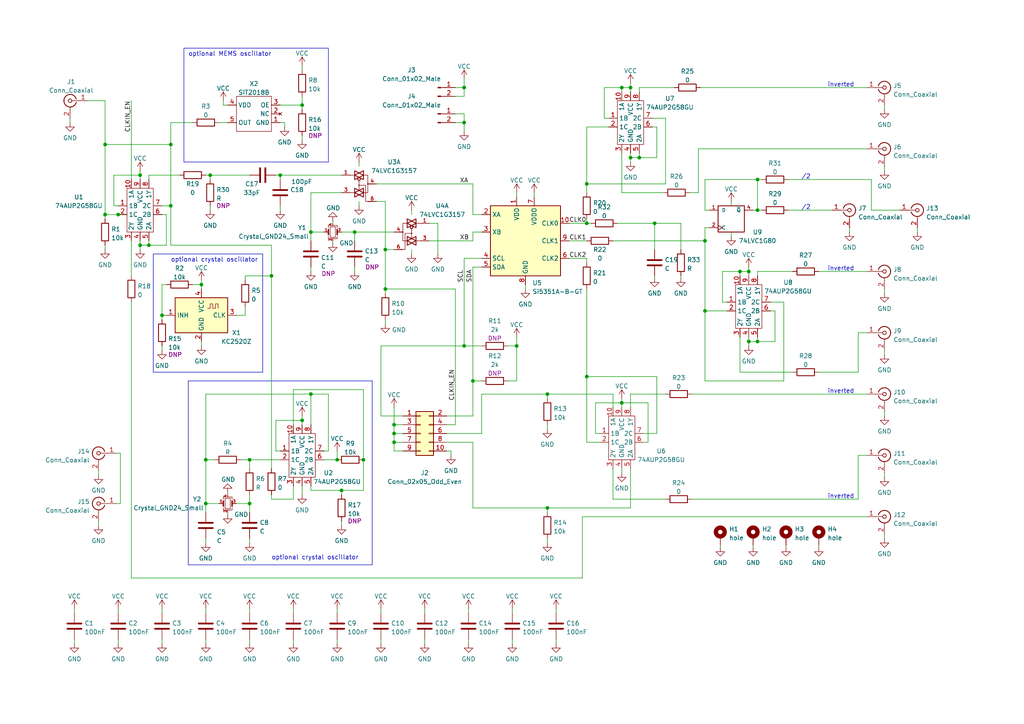
<source format=kicad_sch>
(kicad_sch (version 20230121) (generator eeschema)
  (paper "A4")
  (junction (at 114.3 128.27))
  (junction (at 170.18 109.22))
  (junction (at 204.47 90.17))
  (junction (at 30.48 62.23))
  (junction (at 170.18 64.77))
  (junction (at 34.29 62.23))
  (junction (at 182.88 25.4))
  (junction (at 182.88 45.72))
  (junction (at 81.28 50.8))
  (junction (at 49.53 41.91))
  (junction (at 180.34 25.4))
  (junction (at 137.16 110.49))
  (junction (at 72.39 146.05))
  (junction (at 217.17 78.74))
  (junction (at 219.71 52.07))
  (junction (at 90.17 67.31))
  (junction (at 87.63 30.48))
  (junction (at 49.53 59.69))
  (junction (at 180.34 116.84))
  (junction (at 59.69 146.05))
  (junction (at 87.63 121.92))
  (junction (at 134.62 100.33))
  (junction (at 40.64 71.12))
  (junction (at 72.39 133.35))
  (junction (at 134.62 25.4))
  (junction (at 149.86 100.33))
  (junction (at 90.17 114.3))
  (junction (at 170.18 53.34))
  (junction (at 111.76 72.39))
  (junction (at 58.42 82.55))
  (junction (at 111.76 83.82))
  (junction (at 219.71 60.96))
  (junction (at 185.42 45.72))
  (junction (at 217.17 99.06))
  (junction (at 114.3 123.19))
  (junction (at 97.79 133.35))
  (junction (at 189.865 64.77))
  (junction (at 114.3 125.73))
  (junction (at 134.62 35.56))
  (junction (at 78.74 80.01))
  (junction (at 158.75 114.3))
  (junction (at 105.41 133.35))
  (junction (at 46.99 91.44))
  (junction (at 59.69 133.35))
  (junction (at 40.64 50.8))
  (junction (at 158.75 147.32))
  (junction (at 99.06 142.24))
  (junction (at 219.71 99.06))
  (junction (at 60.96 50.8))
  (junction (at 204.47 69.85))
  (junction (at 43.18 71.12))
  (junction (at 214.63 78.74))
  (junction (at 30.48 41.91))
  (junction (at 102.87 67.31))
  (wire (pts (xy 49.53 59.69) (xy 49.53 41.91)))
  (wire (pts (xy 218.44 158.115) (xy 218.44 158.75)))
  (wire (pts (xy 204.47 69.85) (xy 204.47 90.17)))
  (wire (pts (xy 123.19 177.8) (xy 123.19 176.53)))
  (wire (pts (xy 105.41 133.35) (xy 105.41 142.24)))
  (wire (pts (xy 71.12 91.44) (xy 71.12 88.9)))
  (wire (pts (xy 30.48 41.91) (xy 30.48 29.21)))
  (wire (pts (xy 210.82 90.17) (xy 204.47 90.17)))
  (wire (pts (xy 170.18 64.77) (xy 170.18 63.5)))
  (wire (pts (xy 114.3 125.73) (xy 114.3 128.27)))
  (polyline (pts (xy 76.2 73.66) (xy 76.2 107.95)))
  (wire (pts (xy 30.48 63.5) (xy 30.48 62.23)))
  (wire (pts (xy 81.28 50.8) (xy 99.06 50.8)))
  (wire (pts (xy 256.54 101.6) (xy 256.54 102.87)))
  (wire (pts (xy 99.06 142.24) (xy 99.06 143.51)))
  (wire (pts (xy 85.09 144.78) (xy 78.74 144.78)))
  (wire (pts (xy 21.59 185.42) (xy 21.59 186.69)))
  (wire (pts (xy 149.86 100.33) (xy 149.86 110.49)))
  (wire (pts (xy 158.75 147.32) (xy 182.88 147.32)))
  (wire (pts (xy 60.96 52.07) (xy 60.96 50.8)))
  (wire (pts (xy 33.02 50.8) (xy 40.64 50.8)))
  (wire (pts (xy 46.99 185.42) (xy 46.99 186.69)))
  (wire (pts (xy 248.92 132.08) (xy 251.46 132.08)))
  (wire (pts (xy 182.88 44.45) (xy 182.88 45.72)))
  (wire (pts (xy 256.54 48.26) (xy 256.54 49.53)))
  (polyline (pts (xy 107.95 163.83) (xy 54.61 163.83)))
  (wire (pts (xy 214.63 78.74) (xy 214.63 80.01)))
  (wire (pts (xy 204.47 60.96) (xy 205.74 60.96)))
  (wire (pts (xy 93.98 133.35) (xy 97.79 133.35)))
  (wire (pts (xy 48.26 71.12) (xy 48.26 62.23)))
  (wire (pts (xy 137.16 62.23) (xy 139.7 62.23)))
  (wire (pts (xy 219.71 78.74) (xy 229.87 78.74)))
  (wire (pts (xy 48.26 62.23) (xy 46.99 62.23)))
  (wire (pts (xy 175.26 34.29) (xy 176.53 34.29)))
  (wire (pts (xy 217.17 78.74) (xy 214.63 78.74)))
  (wire (pts (xy 177.8 144.78) (xy 193.04 144.78)))
  (wire (pts (xy 152.4 82.55) (xy 152.4 83.82)))
  (wire (pts (xy 85.09 185.42) (xy 85.09 186.69)))
  (wire (pts (xy 102.87 77.47) (xy 102.87 78.74)))
  (polyline (pts (xy 54.61 110.49) (xy 54.61 163.83)))
  (wire (pts (xy 172.72 116.84) (xy 172.72 125.73)))
  (wire (pts (xy 33.02 50.8) (xy 33.02 59.69)))
  (wire (pts (xy 171.45 64.77) (xy 170.18 64.77)))
  (wire (pts (xy 137.16 110.49) (xy 137.16 120.65)))
  (wire (pts (xy 114.3 128.27) (xy 116.84 128.27)))
  (wire (pts (xy 186.69 128.27) (xy 187.96 128.27)))
  (wire (pts (xy 111.76 92.71) (xy 111.76 93.98)))
  (wire (pts (xy 256.54 30.48) (xy 256.54 31.75)))
  (wire (pts (xy 170.18 74.93) (xy 170.18 76.2)))
  (wire (pts (xy 68.58 146.05) (xy 72.39 146.05)))
  (wire (pts (xy 78.74 71.12) (xy 49.53 71.12)))
  (wire (pts (xy 110.49 120.65) (xy 116.84 120.65)))
  (wire (pts (xy 256.54 154.94) (xy 256.54 156.21)))
  (wire (pts (xy 180.34 25.4) (xy 175.26 25.4)))
  (wire (pts (xy 197.485 64.77) (xy 189.865 64.77)))
  (wire (pts (xy 172.72 125.73) (xy 173.99 125.73)))
  (wire (pts (xy 139.7 114.3) (xy 139.7 125.73)))
  (wire (pts (xy 175.26 25.4) (xy 175.26 34.29)))
  (wire (pts (xy 72.39 156.21) (xy 72.39 157.48)))
  (wire (pts (xy 87.63 39.37) (xy 87.63 40.64)))
  (wire (pts (xy 97.79 185.42) (xy 97.79 186.69)))
  (wire (pts (xy 252.73 60.96) (xy 260.985 60.96)))
  (wire (pts (xy 85.09 140.97) (xy 85.09 144.78)))
  (wire (pts (xy 129.54 130.81) (xy 130.81 130.81)))
  (wire (pts (xy 170.18 109.22) (xy 190.5 109.22)))
  (wire (pts (xy 237.49 78.74) (xy 251.46 78.74)))
  (wire (pts (xy 204.47 66.04) (xy 205.74 66.04)))
  (wire (pts (xy 43.18 52.07) (xy 43.18 50.8)))
  (wire (pts (xy 149.86 100.33) (xy 149.86 97.79)))
  (wire (pts (xy 137.16 128.27) (xy 129.54 128.27)))
  (wire (pts (xy 34.29 185.42) (xy 34.29 186.69)))
  (polyline (pts (xy 95.25 46.99) (xy 53.34 46.99)))
  (wire (pts (xy 114.3 123.19) (xy 114.3 125.73)))
  (wire (pts (xy 256.54 137.16) (xy 256.54 138.43)))
  (wire (pts (xy 135.89 177.8) (xy 135.89 176.53)))
  (wire (pts (xy 227.965 158.115) (xy 227.965 158.75)))
  (wire (pts (xy 193.04 53.34) (xy 170.18 53.34)))
  (wire (pts (xy 93.98 130.81) (xy 95.25 130.81)))
  (wire (pts (xy 182.88 26.67) (xy 182.88 25.4)))
  (wire (pts (xy 182.88 135.89) (xy 182.88 147.32)))
  (wire (pts (xy 173.99 128.27) (xy 170.18 128.27)))
  (wire (pts (xy 90.17 114.3) (xy 90.17 123.19)))
  (wire (pts (xy 237.49 158.115) (xy 237.49 158.75)))
  (wire (pts (xy 66.04 30.48) (xy 64.77 30.48)))
  (wire (pts (xy 154.94 57.15) (xy 154.94 55.88)))
  (wire (pts (xy 99.06 67.31) (xy 102.87 67.31)))
  (wire (pts (xy 30.48 71.12) (xy 30.48 72.39)))
  (wire (pts (xy 177.8 69.85) (xy 204.47 69.85)))
  (wire (pts (xy 209.55 78.74) (xy 209.55 87.63)))
  (wire (pts (xy 114.3 123.19) (xy 116.84 123.19)))
  (wire (pts (xy 190.5 45.72) (xy 190.5 36.83)))
  (wire (pts (xy 48.26 91.44) (xy 46.99 91.44)))
  (wire (pts (xy 40.64 52.07) (xy 40.64 50.8)))
  (wire (pts (xy 137.16 120.65) (xy 129.54 120.65)))
  (wire (pts (xy 114.3 118.11) (xy 114.3 123.19)))
  (wire (pts (xy 68.58 91.44) (xy 71.12 91.44)))
  (wire (pts (xy 95.25 114.3) (xy 90.17 114.3)))
  (wire (pts (xy 96.52 69.85) (xy 96.52 70.485)))
  (wire (pts (xy 134.62 100.33) (xy 110.49 100.33)))
  (wire (pts (xy 135.89 185.42) (xy 135.89 186.69)))
  (wire (pts (xy 90.17 67.31) (xy 90.17 69.85)))
  (wire (pts (xy 137.16 53.34) (xy 137.16 62.23)))
  (wire (pts (xy 147.32 100.33) (xy 149.86 100.33)))
  (wire (pts (xy 105.41 113.03) (xy 105.41 133.35)))
  (wire (pts (xy 104.14 48.26) (xy 104.14 46.99)))
  (wire (pts (xy 197.485 72.39) (xy 197.485 64.77)))
  (wire (pts (xy 137.16 110.49) (xy 139.7 110.49)))
  (wire (pts (xy 58.42 82.55) (xy 58.42 83.82)))
  (wire (pts (xy 60.96 59.69) (xy 60.96 60.96)))
  (wire (pts (xy 58.42 99.06) (xy 58.42 100.33)))
  (wire (pts (xy 224.79 99.06) (xy 224.79 90.17)))
  (wire (pts (xy 177.8 135.89) (xy 177.8 144.78)))
  (wire (pts (xy 55.88 82.55) (xy 58.42 82.55)))
  (wire (pts (xy 137.16 77.47) (xy 137.16 110.49)))
  (wire (pts (xy 63.5 146.05) (xy 59.69 146.05)))
  (wire (pts (xy 90.17 142.24) (xy 90.17 140.97)))
  (wire (pts (xy 30.48 41.91) (xy 30.48 62.23)))
  (wire (pts (xy 170.18 53.34) (xy 170.18 36.83)))
  (wire (pts (xy 202.565 55.88) (xy 202.565 43.18)))
  (wire (pts (xy 87.63 30.48) (xy 87.63 31.75)))
  (wire (pts (xy 132.08 27.94) (xy 134.62 27.94)))
  (wire (pts (xy 139.7 125.73) (xy 129.54 125.73)))
  (wire (pts (xy 71.12 80.01) (xy 78.74 80.01)))
  (wire (pts (xy 217.17 100.33) (xy 217.17 99.06)))
  (wire (pts (xy 224.79 90.17) (xy 223.52 90.17)))
  (wire (pts (xy 34.925 146.05) (xy 33.655 146.05)))
  (wire (pts (xy 80.01 130.81) (xy 81.28 130.81)))
  (wire (pts (xy 212.09 58.42) (xy 212.09 59.69)))
  (wire (pts (xy 38.1 29.21) (xy 38.1 52.07)))
  (wire (pts (xy 217.17 97.79) (xy 217.17 99.06)))
  (wire (pts (xy 97.79 133.35) (xy 97.79 130.81)))
  (wire (pts (xy 158.75 123.19) (xy 158.75 124.46)))
  (wire (pts (xy 38.1 87.63) (xy 38.1 167.64)))
  (wire (pts (xy 168.91 149.86) (xy 251.46 149.86)))
  (wire (pts (xy 72.39 133.35) (xy 81.28 133.35)))
  (wire (pts (xy 21.59 177.8) (xy 21.59 176.53)))
  (wire (pts (xy 124.46 64.77) (xy 127 64.77)))
  (wire (pts (xy 87.63 140.97) (xy 87.63 143.51)))
  (wire (pts (xy 81.28 52.07) (xy 81.28 50.8)))
  (wire (pts (xy 34.925 131.445) (xy 34.925 146.05)))
  (polyline (pts (xy 95.25 13.97) (xy 95.25 46.99)))
  (wire (pts (xy 187.96 128.27) (xy 187.96 116.84)))
  (wire (pts (xy 130.81 130.81) (xy 130.81 132.08)))
  (wire (pts (xy 219.71 60.96) (xy 220.98 60.96)))
  (wire (pts (xy 219.71 60.96) (xy 218.44 60.96)))
  (wire (pts (xy 134.62 35.56) (xy 134.62 38.1)))
  (wire (pts (xy 96.52 64.77) (xy 96.52 64.135)))
  (wire (pts (xy 40.64 72.39) (xy 40.64 71.12)))
  (wire (pts (xy 165.1 74.93) (xy 170.18 74.93)))
  (wire (pts (xy 165.1 69.85) (xy 170.18 69.85)))
  (wire (pts (xy 60.96 50.8) (xy 72.39 50.8)))
  (wire (pts (xy 217.17 99.06) (xy 219.71 99.06)))
  (wire (pts (xy 137.16 147.32) (xy 137.16 128.27)))
  (wire (pts (xy 214.63 97.79) (xy 214.63 107.95)))
  (wire (pts (xy 58.42 81.28) (xy 58.42 82.55)))
  (wire (pts (xy 170.18 55.88) (xy 170.18 53.34)))
  (wire (pts (xy 132.08 83.82) (xy 132.08 123.19)))
  (wire (pts (xy 80.01 121.92) (xy 80.01 130.81)))
  (wire (pts (xy 72.39 146.05) (xy 72.39 148.59)))
  (wire (pts (xy 114.3 128.27) (xy 114.3 130.81)))
  (wire (pts (xy 248.92 96.52) (xy 248.92 107.95)))
  (wire (pts (xy 185.42 44.45) (xy 185.42 45.72)))
  (wire (pts (xy 59.69 114.3) (xy 90.17 114.3)))
  (wire (pts (xy 158.75 114.3) (xy 177.8 114.3)))
  (wire (pts (xy 59.69 177.8) (xy 59.69 176.53)))
  (wire (pts (xy 161.29 177.8) (xy 161.29 176.53)))
  (wire (pts (xy 158.75 115.57) (xy 158.75 114.3)))
  (wire (pts (xy 40.64 71.12) (xy 43.18 71.12)))
  (wire (pts (xy 90.17 77.47) (xy 90.17 78.74)))
  (wire (pts (xy 165.1 64.77) (xy 170.18 64.77)))
  (wire (pts (xy 192.405 55.88) (xy 180.34 55.88)))
  (wire (pts (xy 237.49 107.95) (xy 248.92 107.95)))
  (wire (pts (xy 217.17 78.74) (xy 217.17 77.47)))
  (wire (pts (xy 46.99 82.55) (xy 48.26 82.55)))
  (wire (pts (xy 148.59 185.42) (xy 148.59 186.69)))
  (wire (pts (xy 72.39 185.42) (xy 72.39 186.69)))
  (wire (pts (xy 20.32 34.29) (xy 20.32 35.56)))
  (wire (pts (xy 43.18 71.12) (xy 48.26 71.12)))
  (wire (pts (xy 139.7 77.47) (xy 137.16 77.47)))
  (wire (pts (xy 182.88 25.4) (xy 182.88 24.13)))
  (wire (pts (xy 212.09 67.31) (xy 212.09 68.58)))
  (wire (pts (xy 158.75 114.3) (xy 139.7 114.3)))
  (wire (pts (xy 38.1 69.85) (xy 38.1 80.01)))
  (wire (pts (xy 124.46 69.85) (xy 137.16 69.85)))
  (wire (pts (xy 158.75 156.21) (xy 158.75 157.48)))
  (wire (pts (xy 204.47 60.96) (xy 204.47 52.07)))
  (wire (pts (xy 219.71 52.07) (xy 219.71 60.96)))
  (wire (pts (xy 46.99 59.69) (xy 49.53 59.69)))
  (wire (pts (xy 93.98 67.31) (xy 90.17 67.31)))
  (wire (pts (xy 104.14 58.42) (xy 104.14 59.69)))
  (polyline (pts (xy 53.34 46.99) (xy 53.34 13.97)))
  (wire (pts (xy 28.575 151.13) (xy 28.575 152.4)))
  (wire (pts (xy 217.17 80.01) (xy 217.17 78.74)))
  (wire (pts (xy 182.88 45.72) (xy 185.42 45.72)))
  (wire (pts (xy 214.63 78.74) (xy 209.55 78.74)))
  (wire (pts (xy 69.85 133.35) (xy 72.39 133.35)))
  (polyline (pts (xy 44.45 73.66) (xy 76.2 73.66)))
  (wire (pts (xy 127 64.77) (xy 127 73.66)))
  (wire (pts (xy 64.77 30.48) (xy 64.77 29.21)))
  (wire (pts (xy 132.08 33.02) (xy 134.62 33.02)))
  (wire (pts (xy 227.33 110.49) (xy 204.47 110.49)))
  (wire (pts (xy 85.09 113.03) (xy 105.41 113.03)))
  (wire (pts (xy 246.38 66.04) (xy 246.38 67.31)))
  (wire (pts (xy 182.88 114.3) (xy 193.04 114.3)))
  (wire (pts (xy 137.16 53.34) (xy 109.22 53.34)))
  (wire (pts (xy 227.33 87.63) (xy 227.33 110.49)))
  (wire (pts (xy 189.865 64.77) (xy 179.07 64.77)))
  (wire (pts (xy 99.06 142.24) (xy 90.17 142.24)))
  (wire (pts (xy 78.74 143.51) (xy 78.74 144.78)))
  (wire (pts (xy 72.39 135.89) (xy 72.39 133.35)))
  (wire (pts (xy 71.12 81.28) (xy 71.12 80.01)))
  (wire (pts (xy 85.09 123.19) (xy 85.09 113.03)))
  (polyline (pts (xy 76.2 107.95) (xy 44.45 107.95)))
  (wire (pts (xy 59.69 50.8) (xy 60.96 50.8)))
  (polyline (pts (xy 107.95 110.49) (xy 107.95 163.83)))
  (wire (pts (xy 168.91 167.64) (xy 168.91 149.86)))
  (wire (pts (xy 46.99 100.33) (xy 46.99 101.6)))
  (wire (pts (xy 36.83 62.23) (xy 34.29 62.23)))
  (wire (pts (xy 134.62 74.93) (xy 134.62 100.33)))
  (wire (pts (xy 182.88 118.11) (xy 182.88 114.3)))
  (wire (pts (xy 139.7 74.93) (xy 134.62 74.93)))
  (wire (pts (xy 134.62 33.02) (xy 134.62 35.56)))
  (wire (pts (xy 182.88 46.99) (xy 182.88 45.72)))
  (wire (pts (xy 161.29 185.42) (xy 161.29 186.69)))
  (wire (pts (xy 109.22 58.42) (xy 111.76 58.42)))
  (wire (pts (xy 137.16 69.85) (xy 137.16 67.31)))
  (wire (pts (xy 200.66 114.3) (xy 251.46 114.3)))
  (wire (pts (xy 49.53 71.12) (xy 49.53 59.69)))
  (wire (pts (xy 72.39 143.51) (xy 72.39 146.05)))
  (wire (pts (xy 111.76 72.39) (xy 114.3 72.39)))
  (wire (pts (xy 111.76 72.39) (xy 111.76 83.82)))
  (wire (pts (xy 190.5 36.83) (xy 189.23 36.83)))
  (wire (pts (xy 49.53 35.56) (xy 55.88 35.56)))
  (wire (pts (xy 34.29 177.8) (xy 34.29 176.53)))
  (wire (pts (xy 228.6 60.96) (xy 241.3 60.96)))
  (wire (pts (xy 180.34 116.84) (xy 172.72 116.84)))
  (wire (pts (xy 185.42 26.67) (xy 185.42 25.4)))
  (wire (pts (xy 87.63 121.92) (xy 87.63 120.65)))
  (wire (pts (xy 49.53 41.91) (xy 30.48 41.91)))
  (wire (pts (xy 90.17 55.88) (xy 90.17 67.31)))
  (wire (pts (xy 87.63 30.48) (xy 87.63 27.94)))
  (wire (pts (xy 148.59 177.8) (xy 148.59 176.53)))
  (wire (pts (xy 105.41 142.24) (xy 99.06 142.24)))
  (wire (pts (xy 111.76 83.82) (xy 132.08 83.82)))
  (wire (pts (xy 110.49 100.33) (xy 110.49 120.65)))
  (wire (pts (xy 256.54 119.38) (xy 256.54 120.65)))
  (wire (pts (xy 59.69 146.05) (xy 59.69 148.59)))
  (wire (pts (xy 81.28 59.69) (xy 81.28 60.96)))
  (wire (pts (xy 204.47 110.49) (xy 204.47 90.17)))
  (wire (pts (xy 132.08 123.19) (xy 129.54 123.19)))
  (wire (pts (xy 204.47 52.07) (xy 219.71 52.07)))
  (wire (pts (xy 72.39 177.8) (xy 72.39 176.53)))
  (wire (pts (xy 134.62 100.33) (xy 139.7 100.33)))
  (wire (pts (xy 46.99 91.44) (xy 46.99 82.55)))
  (wire (pts (xy 111.76 58.42) (xy 111.76 72.39)))
  (wire (pts (xy 185.42 45.72) (xy 190.5 45.72)))
  (wire (pts (xy 170.18 83.82) (xy 170.18 109.22)))
  (wire (pts (xy 219.71 97.79) (xy 219.71 99.06)))
  (wire (pts (xy 209.55 87.63) (xy 210.82 87.63)))
  (wire (pts (xy 99.06 55.88) (xy 90.17 55.88)))
  (wire (pts (xy 248.92 144.78) (xy 248.92 132.08)))
  (wire (pts (xy 158.75 147.32) (xy 137.16 147.32)))
  (wire (pts (xy 80.01 50.8) (xy 81.28 50.8)))
  (wire (pts (xy 81.28 35.56) (xy 82.55 35.56)))
  (wire (pts (xy 256.54 83.82) (xy 256.54 85.09)))
  (wire (pts (xy 132.08 35.56) (xy 134.62 35.56)))
  (wire (pts (xy 34.29 62.23) (xy 30.48 62.23)))
  (wire (pts (xy 102.87 67.31) (xy 102.87 69.85)))
  (wire (pts (xy 214.63 107.95) (xy 229.87 107.95)))
  (wire (pts (xy 85.09 177.8) (xy 85.09 176.53)))
  (wire (pts (xy 102.87 67.31) (xy 114.3 67.31)))
  (wire (pts (xy 204.47 66.04) (xy 204.47 69.85)))
  (wire (pts (xy 219.71 52.07) (xy 220.98 52.07)))
  (wire (pts (xy 180.34 118.11) (xy 180.34 116.84)))
  (wire (pts (xy 43.18 69.85) (xy 43.18 71.12)))
  (wire (pts (xy 149.86 110.49) (xy 147.32 110.49)))
  (wire (pts (xy 208.915 158.115) (xy 208.915 158.75)))
  (wire (pts (xy 49.53 41.91) (xy 49.53 35.56)))
  (wire (pts (xy 137.16 67.31) (xy 139.7 67.31)))
  (wire (pts (xy 185.42 25.4) (xy 195.58 25.4)))
  (wire (pts (xy 95.25 130.81) (xy 95.25 114.3)))
  (wire (pts (xy 189.23 34.29) (xy 193.04 34.29)))
  (wire (pts (xy 111.76 85.09) (xy 111.76 83.82)))
  (wire (pts (xy 189.865 72.39) (xy 189.865 64.77)))
  (wire (pts (xy 170.18 128.27) (xy 170.18 109.22)))
  (wire (pts (xy 46.99 177.8) (xy 46.99 176.53)))
  (wire (pts (xy 223.52 87.63) (xy 227.33 87.63)))
  (wire (pts (xy 180.34 44.45) (xy 180.34 55.88)))
  (wire (pts (xy 87.63 20.32) (xy 87.63 19.05)))
  (wire (pts (xy 78.74 71.12) (xy 78.74 80.01)))
  (wire (pts (xy 40.64 69.85) (xy 40.64 71.12)))
  (wire (pts (xy 66.04 143.51) (xy 66.04 142.875)))
  (wire (pts (xy 197.485 80.01) (xy 197.485 80.645)))
  (wire (pts (xy 248.92 96.52) (xy 251.46 96.52)))
  (wire (pts (xy 134.62 27.94) (xy 134.62 25.4)))
  (wire (pts (xy 114.3 130.81) (xy 116.84 130.81)))
  (wire (pts (xy 190.5 109.22) (xy 190.5 125.73)))
  (wire (pts (xy 46.99 91.44) (xy 46.99 92.71)))
  (wire (pts (xy 40.64 50.8) (xy 40.64 49.53)))
  (wire (pts (xy 43.18 50.8) (xy 52.07 50.8)))
  (wire (pts (xy 134.62 25.4) (xy 134.62 22.86)))
  (wire (pts (xy 38.1 167.64) (xy 168.91 167.64)))
  (wire (pts (xy 33.02 59.69) (xy 34.29 59.69)))
  (wire (pts (xy 149.86 57.15) (xy 149.86 55.88)))
  (wire (pts (xy 28.575 136.525) (xy 28.575 137.795)))
  (wire (pts (xy 119.38 72.39) (xy 119.38 73.66)))
  (wire (pts (xy 182.88 25.4) (xy 180.34 25.4)))
  (wire (pts (xy 266.065 66.04) (xy 266.065 67.31)))
  (wire (pts (xy 193.04 34.29) (xy 193.04 53.34)))
  (wire (pts (xy 228.6 52.07) (xy 252.73 52.07)))
  (wire (pts (xy 59.69 133.35) (xy 59.69 146.05)))
  (wire (pts (xy 59.69 185.42) (xy 59.69 186.69)))
  (wire (pts (xy 177.8 118.11) (xy 177.8 114.3)))
  (wire (pts (xy 180.34 135.89) (xy 180.34 137.16)))
  (wire (pts (xy 78.74 80.01) (xy 78.74 135.89)))
  (wire (pts (xy 202.565 43.18) (xy 251.46 43.18)))
  (wire (pts (xy 190.5 125.73) (xy 186.69 125.73)))
  (wire (pts (xy 33.655 131.445) (xy 34.925 131.445)))
  (wire (pts (xy 219.71 80.01) (xy 219.71 78.74)))
  (wire (pts (xy 134.62 25.4) (xy 132.08 25.4)))
  (wire (pts (xy 180.34 116.84) (xy 180.34 115.57)))
  (wire (pts (xy 99.06 151.13) (xy 99.06 152.4)))
  (wire (pts (xy 219.71 99.06) (xy 224.79 99.06)))
  (wire (pts (xy 110.49 185.42) (xy 110.49 186.69)))
  (wire (pts (xy 82.55 35.56) (xy 82.55 36.83)))
  (wire (pts (xy 189.865 80.01) (xy 189.865 80.645)))
  (wire (pts (xy 97.79 177.8) (xy 97.79 176.53)))
  (wire (pts (xy 25.4 29.21) (xy 30.48 29.21)))
  (wire (pts (xy 59.69 133.35) (xy 59.69 114.3)))
  (wire (pts (xy 203.2 25.4) (xy 251.46 25.4)))
  (wire (pts (xy 63.5 35.56) (xy 66.04 35.56)))
  (wire (pts (xy 252.73 52.07) (xy 252.73 60.96)))
  (polyline (pts (xy 54.61 110.49) (xy 107.95 110.49)))
  (polyline (pts (xy 44.45 73.66) (xy 44.45 107.95)))
  (wire (pts (xy 66.04 148.59) (xy 66.04 149.225)))
  (polyline (pts (xy 53.34 13.97) (xy 95.25 13.97)))
  (wire (pts (xy 123.19 185.42) (xy 123.19 186.69)))
  (wire (pts (xy 87.63 123.19) (xy 87.63 121.92)))
  (wire (pts (xy 119.38 60.96) (xy 119.38 62.23)))
  (wire (pts (xy 59.69 133.35) (xy 62.23 133.35)))
  (wire (pts (xy 80.01 121.92) (xy 87.63 121.92)))
  (wire (pts (xy 180.34 25.4) (xy 180.34 26.67)))
  (wire (pts (xy 200.66 144.78) (xy 248.92 144.78)))
  (wire (pts (xy 187.96 116.84) (xy 180.34 116.84)))
  (wire (pts (xy 81.28 30.48) (xy 87.63 30.48)))
  (wire (pts (xy 176.53 36.83) (xy 170.18 36.83)))
  (wire (pts (xy 110.49 177.8) (xy 110.49 176.53)))
  (wire (pts (xy 200.025 55.88) (xy 202.565 55.88)))
  (wire (pts (xy 158.75 148.59) (xy 158.75 147.32)))
  (wire (pts (xy 114.3 125.73) (xy 116.84 125.73)))
  (wire (pts (xy 59.69 156.21) (xy 59.69 157.48)))
  (text "/2" (at 232.41 52.07 0) (effects (font (size 1.27 1.27)) (justify left bottom)))
  (text "inverted" (at 240.03 114.3 0) (effects (font (size 1.27 1.27)) (justify left bottom)))
  (text "inverted" (at 240.03 25.4 0) (effects (font (size 1.27 1.27)) (justify left bottom)))
  (text "inverted" (at 240.03 78.74 0) (effects (font (size 1.27 1.27)) (justify left bottom)))
  (text "optional MEMS oscillator" (at 54.61 16.51 0) (effects (font (size 1.27 1.27)) (justify left bottom)))
  (text "/2" (at 232.41 60.96 0) (effects (font (size 1.27 1.27)) (justify left bottom)))
  (text "optional crystal oscillator" (at 78.74 162.56 0) (effects (font (size 1.27 1.27)) (justify left bottom)))
  (text "inverted" (at 240.03 144.78 0) (effects (font (size 1.27 1.27)) (justify left bottom)))
  (text "optional crystal oscillator" (at 49.53 76.2 0) (effects (font (size 1.27 1.27)) (justify left bottom)))
  (label "SDA" (at 137.16 81.915 90))
  (label "CLK2" (at 165.1 74.93 0))
  (label "CLK0" (at 165.1 64.77 0))
  (label "CLKIN_EN" (at 38.1 29.21 270))
  (label "CLK1" (at 165.1 69.85 0))
  (label "SCL" (at 134.62 81.915 90))
  (label "CLKIN_EN" (at 132.08 116.205 90))
  (label "XA" (at 133.35 53.34 0))
  (label "XB" (at 133.35 69.85 0))
  (symbol (lib_id "power:GND") (at 256.54 31.75 0) (unit 1)
    (property "Reference" "#PWR065" (effects hide))
    (property "Value" "GND" (at 256.54 36.1934 0))
  )
  (symbol (lib_id "power:GND") (at 182.88 46.99 0) (unit 1)
    (property "Reference" "#PWR060" (effects hide))
    (property "Value" "GND" (at 182.88 51.4334 0))
  )
  (symbol (lib_id "power:GND") (at 148.59 186.69 0) (unit 1)
    (property "Reference" "#PWR042" (effects hide))
    (property "Value" "GND" (at 148.59 191.1334 0))
  )
  (symbol (lib_id "Device:R") (at 87.63 35.56 180) (unit 1)
    (property "Reference" "R16" (at 89.408 34.7253 0) (effects (justify right)))
    (property "Value" "10k" (at 89.408 37.2622 0) (effects (justify right)))
    (property "Footprint" "Resistor_SMD:R_0402_1005Metric" (effects hide))
    (property "Note" "DNP" (at 91.44 39.37 0))
  )
  (symbol (lib_id "Connector:Conn_Coaxial") (at 256.54 78.74 0) (unit 1)
    (property "Reference" "J8" (at 259.08 78.1985 0) (effects (justify left)))
    (property "Value" "Conn_Coaxial" (at 259.08 80.7354 0) (effects (justify left)))
    (property "Footprint" "Si5351A:SMA-EDGE" (effects hide))
    (property "Datasheet" " ~" (effects hide))
  )
  (symbol (lib_id "power:VCC") (at 58.42 81.28 0) (unit 1)
    (property "Reference" "#PWR013" (effects hide))
    (property "Value" "VCC" (at 58.42 77.7042 0))
  )
  (symbol (lib_id "Device:C") (at 189.865 76.2 0) (unit 1)
    (property "Reference" "C19" (at 192.786 75.3653 0) (effects (justify left)))
    (property "Value" "C" (at 192.786 77.9022 0) (effects (justify left)))
    (property "Footprint" "Capacitor_SMD:C_0402_1005Metric" (effects hide))
  )
  (symbol (lib_id "power:GND") (at 256.54 156.21 0) (unit 1)
    (property "Reference" "#PWR072" (effects hide))
    (property "Value" "GND" (at 256.54 160.6534 0))
  )
  (symbol (lib_id "Oscillator:Si5351A-B-GT") (at 152.4 69.85 0) (unit 1)
    (property "Reference" "U5" (at 154.4194 82.0404 0) (effects (justify left)))
    (property "Value" "Si5351A-B-GT" (at 154.4194 84.5773 0) (effects (justify left)))
    (property "Footprint" "Package_SO:MSOP-10_3x3mm_P0.5mm" (effects hide))
    (property "Datasheet" "https://www.skyworksinc.com/-/media/Skyworks/SL/documents/public/data-sheets/Si5351-B.pdf" (effects hide))
    (property "Manufacturer" "Skyworks" (effects hide))
    (property "Part Number" "Si5351A-B-GTR" (effects hide))
  )
  (symbol (lib_id "power:GND") (at 130.81 132.08 0) (unit 1)
    (property "Reference" "#PWR048" (effects hide))
    (property "Value" "GND" (at 130.81 136.5234 0))
  )
  (symbol (lib_id "power:GND") (at 158.75 124.46 0) (unit 1)
    (property "Reference" "#PWR053" (effects hide))
    (property "Value" "GND" (at 158.75 128.9034 0))
  )
  (symbol (lib_id "Si5351A:74AUP2G58GU") (at 217.17 88.9 0) (unit 1)
    (property "Reference" "U8" (at 228.5741 81.9235 0))
    (property "Value" "74AUP2G58GU" (at 228.5741 84.4604 0))
    (property "Footprint" "Si5351A:XQFN10" (effects hide))
    (property "Datasheet" "https://assets.nexperia.com/documents/data-sheet/74AUP2G58.pdf" (effects hide))
    (property "Manufacturer" "Nexperia" (effects hide))
    (property "Part Number" "74AUP2G58GUX" (effects hide))
  )
  (symbol (lib_id "Device:R") (at 46.99 96.52 180) (unit 1)
    (property "Reference" "R15" (at 48.768 98.2253 0) (effects (justify right)))
    (property "Value" "10k" (at 48.768 100.7622 0) (effects (justify right)))
    (property "Footprint" "Resistor_SMD:R_0402_1005Metric" (effects hide))
    (property "Note" "DNP" (at 50.8 102.87 0))
  )
  (symbol (lib_id "Device:R") (at 60.96 55.88 180) (unit 1)
    (property "Reference" "R30" (at 62.738 55.0453 0) (effects (justify right)))
    (property "Value" "R" (at 62.738 57.5822 0) (effects (justify right)))
    (property "Footprint" "Resistor_SMD:R_0402_1005Metric" (effects hide))
    (property "Note" "DNP" (at 64.77 59.69 0))
  )
  (symbol (lib_id "Device:R") (at 111.76 88.9 0) (unit 1)
    (property "Reference" "R10" (at 113.538 88.0653 0) (effects (justify left)))
    (property "Value" "10k" (at 113.538 90.6022 0) (effects (justify left)))
    (property "Footprint" "Resistor_SMD:R_0402_1005Metric" (effects hide))
  )
  (symbol (lib_id "power:GND") (at 119.38 73.66 0) (unit 1)
    (property "Reference" "#PWR044" (effects hide))
    (property "Value" "GND" (at 119.38 78.1034 0))
  )
  (symbol (lib_id "74xGxx:74LVC1G3157") (at 104.14 53.34 0) (mirror y) (unit 1)
    (property "Reference" "U3" (at 114.3 46.99 0))
    (property "Value" "74LVC1G3157" (at 114.3 49.53 0))
    (property "Footprint" "Si5351A:XSON6" (effects hide))
    (property "Datasheet" "https://assets.nexperia.com/documents/data-sheet/74LVC1G3157.pdf" (effects hide))
    (property "Manufacturer" "Nexperia" (effects hide))
    (property "Part Number" "74LVC1G3157GM,115" (effects hide))
  )
  (symbol (lib_id "Connector_Generic:Conn_02x05_Odd_Even") (at 121.92 125.73 0) (unit 1)
    (property "Reference" "J2" (at 123.19 137.16 0))
    (property "Value" "Conn_02x05_Odd_Even" (at 123.19 139.7 0))
    (property "Footprint" "Connector_PinHeader_2.54mm:PinHeader_2x05_P2.54mm_Vertical" (effects hide))
  )
  (symbol (lib_id "Device:C") (at 110.49 181.61 0) (unit 1)
    (property "Reference" "C10" (at 113.411 180.7753 0) (effects (justify left)))
    (property "Value" "100nF" (at 113.411 183.3122 0) (effects (justify left)))
    (property "Footprint" "Capacitor_SMD:C_0402_1005Metric" (effects hide))
  )
  (symbol (lib_id "Device:R") (at 196.85 114.3 270) (unit 1)
    (property "Reference" "R23" (at 196.85 109.5842 90))
    (property "Value" "0" (at 196.85 112.1211 90))
    (property "Footprint" "Resistor_SMD:R_0402_1005Metric" (effects hide))
  )
  (symbol (lib_id "power:VCC") (at 110.49 176.53 0) (unit 1)
    (property "Reference" "#PWR028" (effects hide))
    (property "Value" "VCC" (at 110.49 172.9542 0))
  )
  (symbol (lib_id "Si5351A:SiT2018B") (at 73.66 33.02 90) (unit 1)
    (property "Reference" "X2" (at 73.66 24.291 90))
    (property "Value" "SiT2018B" (at 73.66 26.8279 90))
    (property "Footprint" "Package_TO_SOT_SMD:SOT-23-5" (effects hide))
    (property "Datasheet" "https://www.sitime.com/support/resource-library/datasheets/sit2018-datasheet" (effects hide))
    (property "Manufacturer" "SiTime" (effects hide))
    (property "Part Number" "SIT2018BEAS1-33N-27.000000E" (effects hide))
  )
  (symbol (lib_id "Device:R") (at 99.06 147.32 180) (unit 1)
    (property "Reference" "R17" (at 100.838 146.4853 0) (effects (justify right)))
    (property "Value" "10k" (at 100.838 149.0222 0) (effects (justify right)))
    (property "Footprint" "Resistor_SMD:R_0402_1005Metric" (effects hide))
    (property "Note" "DNP" (at 102.87 151.13 0))
  )
  (symbol (lib_id "power:GND") (at 256.54 138.43 0) (unit 1)
    (property "Reference" "#PWR071" (effects hide))
    (property "Value" "GND" (at 256.54 142.8734 0))
  )
  (symbol (lib_id "Device:C") (at 161.29 181.61 0) (unit 1)
    (property "Reference" "C16" (at 164.211 180.7753 0) (effects (justify left)))
    (property "Value" "100nF" (at 164.211 183.3122 0) (effects (justify left)))
    (property "Footprint" "Capacitor_SMD:C_0402_1005Metric" (effects hide))
  )
  (symbol (lib_id "power:GND") (at 20.32 35.56 0) (unit 1)
    (property "Reference" "#PWR01" (effects hide))
    (property "Value" "GND" (at 20.32 40.0034 0))
  )
  (symbol (lib_id "power:GND") (at 152.4 83.82 0) (unit 1)
    (property "Reference" "#PWR051" (effects hide))
    (property "Value" "GND" (at 152.4 88.2634 0))
  )
  (symbol (lib_id "Device:R") (at 196.85 144.78 270) (unit 1)
    (property "Reference" "R24" (at 196.85 140.0642 90))
    (property "Value" "0" (at 196.85 142.6011 90))
    (property "Footprint" "Resistor_SMD:R_0402_1005Metric" (effects hide))
  )
  (symbol (lib_id "power:VCC") (at 149.86 97.79 0) (unit 1)
    (property "Reference" "#PWR050" (effects hide))
    (property "Value" "VCC" (at 149.86 94.2142 0))
  )
  (symbol (lib_id "Connector:Conn_01x02_Male") (at 127 25.4 0) (unit 1)
    (property "Reference" "J3" (at 119.38 20.32 0))
    (property "Value" "Conn_01x02_Male" (at 119.38 22.86 0))
    (property "Footprint" "Connector_PinHeader_2.54mm:PinHeader_1x02_P2.54mm_Vertical" (effects hide))
  )
  (symbol (lib_id "power:GND") (at 60.96 60.96 0) (unit 1)
    (property "Reference" "#PWR076" (effects hide))
    (property "Value" "GND" (at 60.96 65.4034 0))
  )
  (symbol (lib_id "power:VCC") (at 21.59 176.53 0) (unit 1)
    (property "Reference" "#PWR02" (effects hide))
    (property "Value" "VCC" (at 21.59 172.9542 0))
  )
  (symbol (lib_id "Device:R") (at 158.75 119.38 180) (unit 1)
    (property "Reference" "R13" (at 160.528 118.5453 0) (effects (justify right)))
    (property "Value" "10k" (at 160.528 121.0822 0) (effects (justify right)))
    (property "Footprint" "Resistor_SMD:R_0402_1005Metric" (effects hide))
  )
  (symbol (lib_id "Device:R") (at 173.99 69.85 270) (unit 1)
    (property "Reference" "R22" (at 173.99 72.39 90))
    (property "Value" "0" (at 173.99 74.9269 90))
    (property "Footprint" "Resistor_SMD:R_0402_1005Metric" (effects hide))
  )
  (symbol (lib_id "power:GND") (at 46.99 186.69 0) (unit 1)
    (property "Reference" "#PWR010" (effects hide))
    (property "Value" "GND" (at 46.99 191.1334 0))
  )
  (symbol (lib_id "power:GND") (at 66.04 142.875 180) (unit 1)
    (property "Reference" "#PWR0104" (effects hide))
    (property "Value" "GND" (at 64.135 139.065 0) (effects (justify right)))
  )
  (symbol (lib_id "Device:C") (at 90.17 73.66 0) (unit 1)
    (property "Reference" "C11" (at 93.091 74.7303 0) (effects (justify left)))
    (property "Value" "C" (at 93.091 77.2672 0) (effects (justify left)))
    (property "Footprint" "Capacitor_SMD:C_0402_1005Metric" (effects hide))
    (property "Note" "DNP" (at 95.25 79.375 0))
  )
  (symbol (lib_id "74xGxx:74AUP1G80") (at 212.09 63.5 0) (unit 1)
    (property "Reference" "U9" (at 219.71 67.31 0))
    (property "Value" "74LVC1G80" (at 219.71 69.85 0))
    (property "Footprint" "Package_TO_SOT_SMD:SOT-353_SC-70-5" (effects hide))
    (property "Datasheet" "https://www.ti.com/lit/gpn/sn74lvc1g80" (effects hide))
    (property "Manufacturer" "Texas Instruments" (effects hide))
    (property "Part Number" "SN74LVC1G80DCKR" (effects hide))
  )
  (symbol (lib_id "power:VCC") (at 148.59 176.53 0) (unit 1)
    (property "Reference" "#PWR041" (effects hide))
    (property "Value" "VCC" (at 148.59 172.9542 0))
  )
  (symbol (lib_id "Device:R") (at 87.63 24.13 0) (unit 1)
    (property "Reference" "R8" (at 89.408 23.2953 0) (effects (justify left)))
    (property "Value" "10k" (at 89.408 25.8322 0) (effects (justify left)))
    (property "Footprint" "Resistor_SMD:R_0402_1005Metric" (effects hide))
  )
  (symbol (lib_id "power:VCC") (at 114.3 118.11 0) (unit 1)
    (property "Reference" "#PWR040" (effects hide))
    (property "Value" "VCC" (at 114.3 114.5342 0))
  )
  (symbol (lib_id "power:GND") (at 256.54 102.87 0) (unit 1)
    (property "Reference" "#PWR069" (effects hide))
    (property "Value" "GND" (at 256.54 107.3134 0))
  )
  (symbol (lib_id "power:VCC") (at 119.38 60.96 0) (unit 1)
    (property "Reference" "#PWR043" (effects hide))
    (property "Value" "VCC" (at 119.38 57.3842 0))
  )
  (symbol (lib_id "Device:C") (at 97.79 181.61 0) (unit 1)
    (property "Reference" "C9" (at 100.711 180.7753 0) (effects (justify left)))
    (property "Value" "100nF" (at 100.711 183.3122 0) (effects (justify left)))
    (property "Footprint" "Capacitor_SMD:C_0402_1005Metric" (effects hide))
  )
  (symbol (lib_id "Device:R") (at 196.215 55.88 270) (unit 1)
    (property "Reference" "R26" (at 196.215 51.1642 90))
    (property "Value" "0" (at 196.215 53.7011 90))
    (property "Footprint" "Resistor_SMD:R_0402_1005Metric" (effects hide))
  )
  (symbol (lib_id "power:GND") (at 96.52 70.485 0) (unit 1)
    (property "Reference" "#PWR0101" (effects hide))
    (property "Value" "GND" (at 98.425 70.485 0) (effects (justify left)))
  )
  (symbol (lib_id "power:GND") (at 87.63 143.51 0) (unit 1)
    (property "Reference" "#PWR027" (effects hide))
    (property "Value" "GND" (at 87.63 147.9534 0))
  )
  (symbol (lib_id "power:GND") (at 81.28 60.96 0) (unit 1)
    (property "Reference" "#PWR077" (effects hide))
    (property "Value" "GND" (at 81.28 65.4034 0))
  )
  (symbol (lib_id "Device:C") (at 85.09 181.61 0) (unit 1)
    (property "Reference" "C7" (at 88.011 180.7753 0) (effects (justify left)))
    (property "Value" "100nF" (at 88.011 183.3122 0) (effects (justify left)))
    (property "Footprint" "Capacitor_SMD:C_0402_1005Metric" (effects hide))
  )
  (symbol (lib_id "Device:C") (at 148.59 181.61 0) (unit 1)
    (property "Reference" "C15" (at 151.511 180.7753 0) (effects (justify left)))
    (property "Value" "100nF" (at 151.511 183.3122 0) (effects (justify left)))
    (property "Footprint" "Capacitor_SMD:C_0402_1005Metric" (effects hide))
  )
  (symbol (lib_id "power:GND") (at 161.29 186.69 0) (unit 1)
    (property "Reference" "#PWR046" (effects hide))
    (property "Value" "GND" (at 161.29 191.1334 0))
  )
  (symbol (lib_id "Mechanical:MountingHole_Pad") (at 208.915 155.575 0) (unit 1)
    (property "Reference" "H1" (at 211.455 153.4703 0) (effects (justify left)))
    (property "Value" "hole" (at 211.455 156.0072 0) (effects (justify left)))
    (property "Footprint" "MountingHole:MountingHole_2.2mm_M2_Pad_Via" (effects hide))
  )
  (symbol (lib_id "Si5351A:74AUP2G58GU") (at 182.88 35.56 0) (unit 1)
    (property "Reference" "U7" (at 194.2841 28.5835 0))
    (property "Value" "74AUP2G58GU" (at 194.2841 31.1204 0))
    (property "Footprint" "Si5351A:XQFN10" (effects hide))
    (property "Datasheet" "https://assets.nexperia.com/documents/data-sheet/74AUP2G58.pdf" (effects hide))
    (property "Manufacturer" "Nexperia" (effects hide))
    (property "Part Number" "74AUP2G58GUX" (effects hide))
  )
  (symbol (lib_id "power:GND") (at 180.34 137.16 0) (unit 1)
    (property "Reference" "#PWR058" (effects hide))
    (property "Value" "GND" (at 180.34 141.6034 0))
  )
  (symbol (lib_id "power:VCC") (at 64.77 29.21 0) (unit 1)
    (property "Reference" "#PWR018" (effects hide))
    (property "Value" "VCC" (at 64.77 25.6342 0))
  )
  (symbol (lib_id "Connector:Conn_01x02_Male") (at 127 33.02 0) (unit 1)
    (property "Reference" "J4" (at 119.38 27.94 0))
    (property "Value" "Conn_01x02_Male" (at 119.38 30.48 0))
    (property "Footprint" "Connector_PinHeader_2.54mm:PinHeader_1x02_P2.54mm_Vertical" (effects hide))
  )
  (symbol (lib_id "Device:R") (at 66.04 133.35 90) (unit 1)
    (property "Reference" "R4" (at 66.04 128.6342 90))
    (property "Value" "R" (at 66.04 131.1711 90))
    (property "Footprint" "Resistor_SMD:R_0402_1005Metric" (effects hide))
  )
  (symbol (lib_id "Device:C") (at 34.29 181.61 0) (unit 1)
    (property "Reference" "C2" (at 37.211 180.7753 0) (effects (justify left)))
    (property "Value" "100nF" (at 37.211 183.3122 0) (effects (justify left)))
    (property "Footprint" "Capacitor_SMD:C_0402_1005Metric" (effects hide))
  )
  (symbol (lib_id "power:GND") (at 134.62 38.1 0) (unit 1)
    (property "Reference" "#PWR056" (effects hide))
    (property "Value" "GND" (at 134.62 42.5434 0))
  )
  (symbol (lib_id "power:GND") (at 30.48 72.39 0) (unit 1)
    (property "Reference" "#PWR04" (effects hide))
    (property "Value" "GND" (at 30.48 76.8334 0))
  )
  (symbol (lib_id "power:VCC") (at 34.29 176.53 0) (unit 1)
    (property "Reference" "#PWR05" (effects hide))
    (property "Value" "VCC" (at 34.29 172.9542 0))
  )
  (symbol (lib_id "power:GND") (at 111.76 93.98 0) (unit 1)
    (property "Reference" "#PWR039" (effects hide))
    (property "Value" "GND" (at 113.665 95.6838 0) (effects (justify left)))
  )
  (symbol (lib_id "power:GND") (at 46.99 101.6 0) (unit 1)
    (property "Reference" "#PWR073" (effects hide))
    (property "Value" "GND" (at 46.99 106.0434 0))
  )
  (symbol (lib_id "Mechanical:MountingHole_Pad") (at 218.44 155.575 0) (unit 1)
    (property "Reference" "H2" (at 220.98 153.4703 0) (effects (justify left)))
    (property "Value" "hole" (at 220.98 156.0072 0) (effects (justify left)))
    (property "Footprint" "MountingHole:MountingHole_2.2mm_M2_Pad_Via" (effects hide))
  )
  (symbol (lib_id "Connector:Conn_Coaxial") (at 256.54 96.52 0) (unit 1)
    (property "Reference" "J9" (at 259.08 95.9785 0) (effects (justify left)))
    (property "Value" "Conn_Coaxial" (at 259.08 98.5154 0) (effects (justify left)))
    (property "Footprint" "Si5351A:SMA-EDGE" (effects hide))
    (property "Datasheet" " ~" (effects hide))
  )
  (symbol (lib_id "Device:R") (at 197.485 76.2 0) (unit 1)
    (property "Reference" "R33" (at 199.263 75.3653 0) (effects (justify left)))
    (property "Value" "R" (at 199.263 77.9022 0) (effects (justify left)))
    (property "Footprint" "Resistor_SMD:R_0402_1005Metric" (effects hide))
  )
  (symbol (lib_id "power:GND") (at 266.065 67.31 0) (unit 1)
    (property "Reference" "#PWR078" (effects hide))
    (property "Value" "GND" (at 266.065 71.7534 0))
  )
  (symbol (lib_id "Device:R") (at 170.18 59.69 0) (unit 1)
    (property "Reference" "R20" (at 171.958 58.8553 0) (effects (justify left)))
    (property "Value" "0" (at 171.958 61.3922 0) (effects (justify left)))
    (property "Footprint" "Resistor_SMD:R_0402_1005Metric" (effects hide))
  )
  (symbol (lib_id "Connector:Conn_Coaxial") (at 28.575 146.05 0) (mirror y) (unit 1)
    (property "Reference" "J15" (at 26.035 145.5085 0) (effects (justify left)))
    (property "Value" "Conn_Coaxial" (at 26.035 148.0454 0) (effects (justify left)))
    (property "Footprint" "Si5351A:SMA-EDGE" (effects hide))
    (property "Datasheet" " ~" (effects hide))
  )
  (symbol (lib_id "power:GND") (at 21.59 186.69 0) (unit 1)
    (property "Reference" "#PWR03" (effects hide))
    (property "Value" "GND" (at 21.59 191.1334 0))
  )
  (symbol (lib_id "power:GND") (at 34.29 186.69 0) (unit 1)
    (property "Reference" "#PWR06" (effects hide))
    (property "Value" "GND" (at 34.29 191.1334 0))
  )
  (symbol (lib_id "Device:R") (at 38.1 83.82 0) (unit 1)
    (property "Reference" "R18" (at 39.878 82.9853 0) (effects (justify left)))
    (property "Value" "0" (at 39.878 85.5222 0) (effects (justify left)))
    (property "Footprint" "Resistor_SMD:R_0402_1005Metric" (effects hide))
  )
  (symbol (lib_id "power:GND") (at 58.42 100.33 0) (unit 1)
    (property "Reference" "#PWR014" (effects hide))
    (property "Value" "GND" (at 58.42 104.7734 0))
  )
  (symbol (lib_id "power:GND") (at 158.75 157.48 0) (unit 1)
    (property "Reference" "#PWR054" (effects hide))
    (property "Value" "GND" (at 158.75 161.9234 0))
  )
  (symbol (lib_id "Device:R") (at 72.39 139.7 180) (unit 1)
    (property "Reference" "R6" (at 74.168 138.8653 0) (effects (justify right)))
    (property "Value" "R" (at 74.168 141.4022 0) (effects (justify right)))
    (property "Footprint" "Resistor_SMD:R_0402_1005Metric" (effects hide))
  )
  (symbol (lib_id "Mechanical:MountingHole_Pad") (at 237.49 155.575 0) (unit 1)
    (property "Reference" "H4" (at 240.03 153.4703 0) (effects (justify left)))
    (property "Value" "hole" (at 240.03 156.0072 0) (effects (justify left)))
    (property "Footprint" "MountingHole:MountingHole_2.2mm_M2_Pad_Via" (effects hide))
  )
  (symbol (lib_id "power:GND") (at 212.09 68.58 0) (unit 1)
    (property "Reference" "#PWR064" (effects hide))
    (property "Value" "GND" (at 212.09 73.0234 0))
  )
  (symbol (lib_id "power:VCC") (at 87.63 120.65 0) (unit 1)
    (property "Reference" "#PWR026" (effects hide))
    (property "Value" "VCC" (at 87.63 117.0742 0))
  )
  (symbol (lib_id "power:GND") (at 97.79 186.69 0) (unit 1)
    (property "Reference" "#PWR023" (effects hide))
    (property "Value" "GND" (at 97.79 191.1334 0))
  )
  (symbol (lib_id "power:GND") (at 102.87 78.74 0) (unit 1)
    (property "Reference" "#PWR034" (effects hide))
    (property "Value" "GND" (at 102.87 83.1834 0))
  )
  (symbol (lib_id "Device:R") (at 175.26 64.77 90) (unit 1)
    (property "Reference" "R32" (at 175.26 60.0542 90))
    (property "Value" "0" (at 175.26 62.5911 90))
    (property "Footprint" "Resistor_SMD:R_0402_1005Metric" (effects hide))
  )
  (symbol (lib_id "Device:R") (at 101.6 133.35 90) (unit 1)
    (property "Reference" "R9" (at 101.6 128.6342 90))
    (property "Value" "10k" (at 101.6 131.1711 90))
    (property "Footprint" "Resistor_SMD:R_0402_1005Metric" (effects hide))
  )
  (symbol (lib_id "power:GND") (at 59.69 157.48 0) (unit 1)
    (property "Reference" "#PWR015" (effects hide))
    (property "Value" "GND" (at 59.69 161.9234 0))
  )
  (symbol (lib_id "Device:C") (at 135.89 181.61 0) (unit 1)
    (property "Reference" "C14" (at 138.811 180.7753 0) (effects (justify left)))
    (property "Value" "100nF" (at 138.811 183.3122 0) (effects (justify left)))
    (property "Footprint" "Capacitor_SMD:C_0402_1005Metric" (effects hide))
  )
  (symbol (lib_id "Device:C") (at 46.99 181.61 0) (unit 1)
    (property "Reference" "C3" (at 49.911 180.7753 0) (effects (justify left)))
    (property "Value" "100nF" (at 49.911 183.3122 0) (effects (justify left)))
    (property "Footprint" "Capacitor_SMD:C_0402_1005Metric" (effects hide))
  )
  (symbol (lib_id "power:GND") (at 246.38 67.31 0) (unit 1)
    (property "Reference" "#PWR067" (effects hide))
    (property "Value" "GND" (at 246.38 71.7534 0))
  )
  (symbol (lib_id "Device:R") (at 59.69 35.56 270) (unit 1)
    (property "Reference" "R3" (at 59.69 30.8442 90))
    (property "Value" "0" (at 59.69 33.3811 90))
    (property "Footprint" "Resistor_SMD:R_0402_1005Metric" (effects hide))
  )
  (symbol (lib_id "power:GND") (at 72.39 157.48 0) (unit 1)
    (property "Reference" "#PWR021" (effects hide))
    (property "Value" "GND" (at 72.39 161.9234 0))
  )
  (symbol (lib_id "power:GND") (at 82.55 36.83 0) (unit 1)
    (property "Reference" "#PWR024" (effects hide))
    (property "Value" "GND" (at 82.55 41.2734 0))
  )
  (symbol (lib_id "power:VCC") (at 97.79 130.81 0) (unit 1)
    (property "Reference" "#PWR033" (effects hide))
    (property "Value" "VCC" (at 97.79 127.2342 0))
  )
  (symbol (lib_id "Device:R") (at 30.48 67.31 0) (unit 1)
    (property "Reference" "R1" (at 32.258 66.4753 0) (effects (justify left)))
    (property "Value" "10k" (at 32.258 69.0122 0) (effects (justify left)))
    (property "Footprint" "Resistor_SMD:R_0402_1005Metric" (effects hide))
  )
  (symbol (lib_id "Connector:Conn_Coaxial") (at 256.54 25.4 0) (unit 1)
    (property "Reference" "J5" (at 259.08 24.8585 0) (effects (justify left)))
    (property "Value" "Conn_Coaxial" (at 259.08 27.3954 0) (effects (justify left)))
    (property "Footprint" "Si5351A:SMA-EDGE" (effects hide))
    (property "Datasheet" " ~" (effects hide))
  )
  (symbol (lib_id "power:VCC") (at 134.62 22.86 0) (unit 1)
    (property "Reference" "#PWR055" (effects hide))
    (property "Value" "VCC" (at 134.62 19.2842 0))
  )
  (symbol (lib_id "power:GND") (at 66.04 149.225 0) (unit 1)
    (property "Reference" "#PWR0103" (effects hide))
    (property "Value" "GND" (at 67.945 149.225 0) (effects (justify left)))
  )
  (symbol (lib_id "Device:R") (at 233.68 107.95 270) (unit 1)
    (property "Reference" "R28" (at 233.68 103.2342 90))
    (property "Value" "0" (at 233.68 105.7711 90))
    (property "Footprint" "Resistor_SMD:R_0402_1005Metric" (effects hide))
  )
  (symbol (lib_id "power:VCC") (at 212.09 58.42 0) (unit 1)
    (property "Reference" "#PWR063" (effects hide))
    (property "Value" "VCC" (at 212.09 54.8442 0))
  )
  (symbol (lib_id "Device:C") (at 72.39 152.4 0) (unit 1)
    (property "Reference" "C8" (at 75.311 151.5653 0) (effects (justify left)))
    (property "Value" "C" (at 75.311 154.1022 0) (effects (justify left)))
    (property "Footprint" "Capacitor_SMD:C_0402_1005Metric" (effects hide))
  )
  (symbol (lib_id "power:GND") (at 237.49 158.75 0) (unit 1)
    (property "Reference" "#PWR082" (effects hide))
    (property "Value" "GND" (at 237.49 163.1934 0))
  )
  (symbol (lib_id "Device:R") (at 233.68 78.74 270) (unit 1)
    (property "Reference" "R27" (at 233.68 74.0242 90))
    (property "Value" "0" (at 233.68 76.5611 90))
    (property "Footprint" "Resistor_SMD:R_0402_1005Metric" (effects hide))
  )
  (symbol (lib_id "Device:R") (at 78.74 139.7 180) (unit 1)
    (property "Reference" "R7" (at 80.518 138.8653 0) (effects (justify right)))
    (property "Value" "0" (at 80.518 141.4022 0) (effects (justify right)))
    (property "Footprint" "Resistor_SMD:R_0402_1005Metric" (effects hide))
  )
  (symbol (lib_id "power:VCC") (at 217.17 77.47 0) (unit 1)
    (property "Reference" "#PWR061" (effects hide))
    (property "Value" "VCC" (at 217.17 73.8942 0))
  )
  (symbol (lib_id "power:VCC") (at 135.89 176.53 0) (unit 1)
    (property "Reference" "#PWR037" (effects hide))
    (property "Value" "VCC" (at 135.89 172.9542 0))
  )
  (symbol (lib_id "Device:C") (at 123.19 181.61 0) (unit 1)
    (property "Reference" "C12" (at 126.111 180.7753 0) (effects (justify left)))
    (property "Value" "100nF" (at 126.111 183.3122 0) (effects (justify left)))
    (property "Footprint" "Capacitor_SMD:C_0402_1005Metric" (effects hide))
  )
  (symbol (lib_id "power:GND") (at 227.965 158.75 0) (unit 1)
    (property "Reference" "#PWR081" (effects hide))
    (property "Value" "GND" (at 227.965 163.1934 0))
  )
  (symbol (lib_id "Connector:Conn_Coaxial") (at 246.38 60.96 0) (unit 1)
    (property "Reference" "J7" (at 248.92 60.4185 0) (effects (justify left)))
    (property "Value" "Conn_Coaxial" (at 248.92 62.9554 0) (effects (justify left)))
    (property "Footprint" "Si5351A:SMA-EDGE" (effects hide))
    (property "Datasheet" " ~" (effects hide))
  )
  (symbol (lib_id "Device:Crystal_GND24_Small") (at 96.52 67.31 0) (unit 1)
    (property "Reference" "Y1" (at 87.63 66.04 0))
    (property "Value" "Crystal_GND24_Small" (at 79.375 68.58 0))
    (property "Footprint" "Crystal:Crystal_SMD_3225-4Pin_3.2x2.5mm" (effects hide))
  )
  (symbol (lib_id "Device:R") (at 71.12 85.09 180) (unit 1)
    (property "Reference" "R5" (at 72.898 84.2553 0) (effects (justify right)))
    (property "Value" "0" (at 72.898 86.7922 0) (effects (justify right)))
    (property "Footprint" "Resistor_SMD:R_0402_1005Metric" (effects hide))
  )
  (symbol (lib_id "power:GND") (at 59.69 186.69 0) (unit 1)
    (property "Reference" "#PWR012" (effects hide))
    (property "Value" "GND" (at 59.69 191.1334 0))
  )
  (symbol (lib_id "power:VCC") (at 182.88 24.13 0) (unit 1)
    (property "Reference" "#PWR059" (effects hide))
    (property "Value" "VCC" (at 182.88 20.5542 0))
  )
  (symbol (lib_id "power:VCC") (at 149.86 55.88 0) (unit 1)
    (property "Reference" "#PWR049" (effects hide))
    (property "Value" "VCC" (at 149.86 52.3042 0))
  )
  (symbol (lib_id "power:GND") (at 208.915 158.75 0) (unit 1)
    (property "Reference" "#PWR079" (effects hide))
    (property "Value" "GND" (at 208.915 163.1934 0))
  )
  (symbol (lib_id "power:VCC") (at 97.79 176.53 0) (unit 1)
    (property "Reference" "#PWR022" (effects hide))
    (property "Value" "VCC" (at 97.79 172.9542 0))
  )
  (symbol (lib_id "Device:C") (at 102.87 73.66 0) (unit 1)
    (property "Reference" "C13" (at 105.791 72.8253 0) (effects (justify left)))
    (property "Value" "C" (at 105.791 75.3622 0) (effects (justify left)))
    (property "Footprint" "Capacitor_SMD:C_0402_1005Metric" (effects hide))
    (property "Note" "DNP" (at 107.95 77.47 0))
  )
  (symbol (lib_id "power:GND") (at 197.485 80.645 0) (unit 1)
    (property "Reference" "#PWR0105" (effects hide))
    (property "Value" "GND" (at 197.485 85.0884 0))
  )
  (symbol (lib_id "power:GND") (at 85.09 186.69 0) (unit 1)
    (property "Reference" "#PWR020" (effects hide))
    (property "Value" "GND" (at 85.09 191.1334 0))
  )
  (symbol (lib_id "Device:R") (at 52.07 82.55 90) (unit 1)
    (property "Reference" "R2" (at 52.07 77.8342 90))
    (property "Value" "10k" (at 52.07 80.3711 90))
    (property "Footprint" "Resistor_SMD:R_0402_1005Metric" (effects hide))
  )
  (symbol (lib_id "Device:R") (at 55.88 50.8 270) (unit 1)
    (property "Reference" "R19" (at 55.88 53.34 90))
    (property "Value" "0" (at 55.88 55.8769 90))
    (property "Footprint" "Resistor_SMD:R_0402_1005Metric" (effects hide))
  )
  (symbol (lib_id "Device:R") (at 224.79 52.07 270) (unit 1)
    (property "Reference" "R31" (at 224.79 47.3542 90))
    (property "Value" "0" (at 224.79 49.8911 90))
    (property "Footprint" "Resistor_SMD:R_0402_1005Metric" (effects hide))
  )
  (symbol (lib_id "power:GND") (at 256.54 49.53 0) (unit 1)
    (property "Reference" "#PWR066" (effects hide))
    (property "Value" "GND" (at 256.54 53.9734 0))
  )
  (symbol (lib_id "power:VCC") (at 72.39 176.53 0) (unit 1)
    (property "Reference" "#PWR016" (effects hide))
    (property "Value" "VCC" (at 72.39 172.9542 0))
  )
  (symbol (lib_id "power:VCC") (at 123.19 176.53 0) (unit 1)
    (property "Reference" "#PWR031" (effects hide))
    (property "Value" "VCC" (at 123.19 172.9542 0))
  )
  (symbol (lib_id "power:VCC") (at 85.09 176.53 0) (unit 1)
    (property "Reference" "#PWR019" (effects hide))
    (property "Value" "VCC" (at 85.09 172.9542 0))
  )
  (symbol (lib_id "Device:C") (at 59.69 152.4 0) (unit 1)
    (property "Reference" "C5" (at 62.865 154.3081 0) (effects (justify left)))
    (property "Value" "C" (at 62.865 156.845 0) (effects (justify left)))
    (property "Footprint" "Capacitor_SMD:C_0402_1005Metric" (effects hide))
  )
  (symbol (lib_id "Device:Crystal_GND24_Small") (at 66.04 146.05 0) (unit 1)
    (property "Reference" "Y2" (at 57.15 144.78 0))
    (property "Value" "Crystal_GND24_Small" (at 48.895 147.32 0))
    (property "Footprint" "Crystal:Crystal_SMD_3225-4Pin_3.2x2.5mm" (effects hide))
  )
  (symbol (lib_id "power:GND") (at 135.89 186.69 0) (unit 1)
    (property "Reference" "#PWR038" (effects hide))
    (property "Value" "GND" (at 135.89 191.1334 0))
  )
  (symbol (lib_id "Si5351A:74AUP2G58GU") (at 180.34 127 0) (unit 1)
    (property "Reference" "U6" (at 191.77 130.81 0))
    (property "Value" "74AUP2G58GU" (at 191.77 133.3469 0))
    (property "Footprint" "Si5351A:XQFN10" (effects hide))
    (property "Datasheet" "https://assets.nexperia.com/documents/data-sheet/74AUP2G58.pdf" (effects hide))
    (property "Manufacturer" "Nexperia" (effects hide))
    (property "Part Number" "74AUP2G58GUX" (effects hide))
  )
  (symbol (lib_id "74xGxx:74LVC1G3157") (at 119.38 67.31 0) (unit 1)
    (property "Reference" "U4" (at 128.27 59.69 0))
    (property "Value" "74LVC1G3157" (at 128.27 62.23 0))
    (property "Footprint" "Si5351A:XSON6" (effects hide))
    (property "Datasheet" "https://assets.nexperia.com/documents/data-sheet/74LVC1G3157.pdf" (effects hide))
    (property "Manufacturer" "Nexperia" (effects hide))
    (property "Part Number" "74LVC1G3157GM,115" (effects hide))
  )
  (symbol (lib_id "Device:C") (at 72.39 181.61 0) (unit 1)
    (property "Reference" "C6" (at 75.311 180.7753 0) (effects (justify left)))
    (property "Value" "100nF" (at 75.311 183.3122 0) (effects (justify left)))
    (property "Footprint" "Capacitor_SMD:C_0402_1005Metric" (effects hide))
  )
  (symbol (lib_id "power:GND") (at 99.06 152.4 0) (unit 1)
    (property "Reference" "#PWR075" (effects hide))
    (property "Value" "GND" (at 99.06 156.8434 0))
  )
  (symbol (lib_id "Device:R") (at 143.51 110.49 270) (unit 1)
    (property "Reference" "R12" (at 143.51 103.2374 90))
    (property "Value" "2k" (at 143.51 105.7743 90))
    (property "Footprint" "Resistor_SMD:R_0402_1005Metric" (effects hide))
    (property "Note" "DNP" (at 143.51 108.3112 90))
  )
  (symbol (lib_id "power:VCC") (at 104.14 46.99 0) (unit 1)
    (property "Reference" "#PWR035" (effects hide))
    (property "Value" "VCC" (at 104.14 43.4142 0))
  )
  (symbol (lib_id "Si5351A:74AUP2G58GU") (at 40.64 60.96 0) (unit 1)
    (property "Reference" "U1" (at 22.86 57.15 0))
    (property "Value" "74AUP2G58GU" (at 22.86 59.6869 0))
    (property "Footprint" "Si5351A:XQFN10" (effects hide))
    (property "Datasheet" "https://assets.nexperia.com/documents/data-sheet/74AUP2G58.pdf" (effects hide))
    (property "Manufacturer" "Nexperia" (effects hide))
    (property "Part Number" "74AUP2G58GUX" (effects hide))
  )
  (symbol (lib_id "power:GND") (at 90.17 78.74 0) (unit 1)
    (property "Reference" "#PWR030" (effects hide))
    (property "Value" "GND" (at 90.17 83.1834 0))
  )
  (symbol (lib_id "Device:C") (at 76.2 50.8 90) (unit 1)
    (property "Reference" "C17" (at 73.025 53.34 90))
    (property "Value" "33pF" (at 73.025 55.8769 90))
    (property "Footprint" "Capacitor_SMD:C_0402_1005Metric" (effects hide))
  )
  (symbol (lib_id "Si5351A:74AUP2G58GU") (at 87.63 132.08 0) (unit 1)
    (property "Reference" "U2" (at 95.25 137.16 0))
    (property "Value" "74AUP2G58GU" (at 97.79 139.7 0))
    (property "Footprint" "Si5351A:XQFN10" (effects hide))
    (property "Datasheet" "https://assets.nexperia.com/documents/data-sheet/74AUP2G58.pdf" (effects hide))
    (property "Manufacturer" "Nexperia" (effects hide))
    (property "Part Number" "74AUP2G58GUX" (effects hide))
  )
  (symbol (lib_id "Connector:Conn_Coaxial") (at 256.54 132.08 0) (unit 1)
    (property "Reference" "J11" (at 259.08 131.5385 0) (effects (justify left)))
    (property "Value" "Conn_Coaxial" (at 259.08 134.0754 0) (effects (justify left)))
    (property "Footprint" "Si5351A:SMA-EDGE" (effects hide))
    (property "Datasheet" " ~" (effects hide))
  )
  (symbol (lib_id "Oscillator:KC2520Z") (at 58.42 91.44 0) (unit 1)
    (property "Reference" "X1" (at 68.58 96.52 0))
    (property "Value" "KC2520Z" (at 68.58 99.06 0))
    (property "Footprint" "Oscillator:Oscillator_SMD_Kyocera_KC2520Z-4Pin_2.5x2.0mm" (effects hide))
    (property "Datasheet" "https://global.kyocera.com/prdct/electro/product/pdf/clock_z_xz_e.pdf" (effects hide))
    (property "Manufacturer" "Kyocera" (effects hide))
    (property "Part Number" "KC2520Z25.0000C1KX00" (effects hide))
  )
  (symbol (lib_id "power:VCC") (at 46.99 176.53 0) (unit 1)
    (property "Reference" "#PWR09" (effects hide))
    (property "Value" "VCC" (at 46.99 172.9542 0))
  )
  (symbol (lib_id "power:GND") (at 72.39 186.69 0) (unit 1)
    (property "Reference" "#PWR017" (effects hide))
    (property "Value" "GND" (at 72.39 191.1334 0))
  )
  (symbol (lib_id "Connector:Conn_Coaxial") (at 256.54 149.86 0) (unit 1)
    (property "Reference" "J12" (at 259.08 149.3185 0) (effects (justify left)))
    (property "Value" "Conn_Coaxial" (at 259.08 151.8554 0) (effects (justify left)))
    (property "Footprint" "Si5351A:SMA-EDGE" (effects hide))
    (property "Datasheet" " ~" (effects hide))
  )
  (symbol (lib_id "Device:R") (at 170.18 80.01 0) (unit 1)
    (property "Reference" "R21" (at 171.958 79.1753 0) (effects (justify left)))
    (property "Value" "0" (at 171.958 81.7122 0) (effects (justify left)))
    (property "Footprint" "Resistor_SMD:R_0402_1005Metric" (effects hide))
  )
  (symbol (lib_id "power:GND") (at 127 73.66 0) (unit 1)
    (property "Reference" "#PWR047" (effects hide))
    (property "Value" "GND" (at 127 78.1034 0))
  )
  (symbol (lib_id "Device:C") (at 59.69 181.61 0) (unit 1)
    (property "Reference" "C4" (at 62.611 180.7753 0) (effects (justify left)))
    (property "Value" "100nF" (at 62.611 183.3122 0) (effects (justify left)))
    (property "Footprint" "Capacitor_SMD:C_0402_1005Metric" (effects hide))
  )
  (symbol (lib_id "Connector:Conn_Coaxial") (at 20.32 29.21 0) (mirror y) (unit 1)
    (property "Reference" "J1" (at 20.6374 23.6836 0))
    (property "Value" "Conn_Coaxial" (at 20.6374 26.2205 0))
    (property "Footprint" "Si5351A:SMA-EDGE" (effects hide))
    (property "Datasheet" " ~" (effects hide))
  )
  (symbol (lib_id "power:GND") (at 110.49 186.69 0) (unit 1)
    (property "Reference" "#PWR029" (effects hide))
    (property "Value" "GND" (at 110.49 191.1334 0))
  )
  (symbol (lib_id "power:VCC") (at 59.69 176.53 0) (unit 1)
    (property "Reference" "#PWR011" (effects hide))
    (property "Value" "VCC" (at 59.69 172.9542 0))
  )
  (symbol (lib_id "Device:R") (at 199.39 25.4 270) (unit 1)
    (property "Reference" "R25" (at 199.39 20.6842 90))
    (property "Value" "0" (at 199.39 23.2211 90))
    (property "Footprint" "Resistor_SMD:R_0402_1005Metric" (effects hide))
  )
  (symbol (lib_id "Device:R") (at 158.75 152.4 180) (unit 1)
    (property "Reference" "R14" (at 160.528 151.5653 0) (effects (justify right)))
    (property "Value" "10k" (at 160.528 154.1022 0) (effects (justify right)))
    (property "Footprint" "Resistor_SMD:R_0402_1005Metric" (effects hide))
  )
  (symbol (lib_id "Connector:Conn_Coaxial") (at 256.54 114.3 0) (unit 1)
    (property "Reference" "J10" (at 259.08 113.7585 0) (effects (justify left)))
    (property "Value" "Conn_Coaxial" (at 259.08 116.2954 0) (effects (justify left)))
    (property "Footprint" "Si5351A:SMA-EDGE" (effects hide))
    (property "Datasheet" " ~" (effects hide))
  )
  (symbol (lib_id "power:GND") (at 123.19 186.69 0) (unit 1)
    (property "Reference" "#PWR032" (effects hide))
    (property "Value" "GND" (at 123.19 191.1334 0))
  )
  (symbol (lib_id "power:GND") (at 217.17 100.33 0) (unit 1)
    (property "Reference" "#PWR062" (effects hide))
    (property "Value" "GND" (at 217.17 104.7734 0))
  )
  (symbol (lib_id "power:GND") (at 28.575 152.4 0) (mirror y) (unit 1)
    (property "Reference" "#PWR084" (effects hide))
    (property "Value" "GND" (at 28.575 156.8434 0))
  )
  (symbol (lib_id "power:VCC") (at 87.63 19.05 0) (unit 1)
    (property "Reference" "#PWR025" (effects hide))
    (property "Value" "VCC" (at 87.63 15.4742 0))
  )
  (symbol (lib_id "power:VCC") (at 180.34 115.57 0) (unit 1)
    (property "Reference" "#PWR057" (effects hide))
    (property "Value" "VCC" (at 180.34 111.9942 0))
  )
  (symbol (lib_id "power:VCC") (at 161.29 176.53 0) (unit 1)
    (property "Reference" "#PWR045" (effects hide))
    (property "Value" "VCC" (at 161.29 172.9542 0))
  )
  (symbol (lib_id "power:GND") (at 87.63 40.64 0) (unit 1)
    (property "Reference" "#PWR074" (effects hide))
    (property "Value" "GND" (at 87.63 45.0834 0))
  )
  (symbol (lib_id "Mechanical:MountingHole_Pad") (at 227.965 155.575 0) (unit 1)
    (property "Reference" "H3" (at 230.505 153.4703 0) (effects (justify left)))
    (property "Value" "hole" (at 230.505 156.0072 0) (effects (justify left)))
    (property "Footprint" "MountingHole:MountingHole_2.2mm_M2_Pad_Via" (effects hide))
  )
  (symbol (lib_id "Connector:Conn_Coaxial") (at 28.575 131.445 0) (mirror y) (unit 1)
    (property "Reference" "J14" (at 26.035 130.9035 0) (effects (justify left)))
    (property "Value" "Conn_Coaxial" (at 26.035 133.4404 0) (effects (justify left)))
    (property "Footprint" "Si5351A:SMA-EDGE" (effects hide))
    (property "Datasheet" " ~" (effects hide))
  )
  (symbol (lib_id "power:GND") (at 28.575 137.795 0) (mirror y) (unit 1)
    (property "Reference" "#PWR083" (effects hide))
    (property "Value" "GND" (at 28.575 142.2384 0))
  )
  (symbol (lib_id "power:GND") (at 218.44 158.75 0) (unit 1)
    (property "Reference" "#PWR080" (effects hide))
    (property "Value" "GND" (at 218.44 163.1934 0))
  )
  (symbol (lib_id "Device:R") (at 143.51 100.33 270) (unit 1)
    (property "Reference" "R11" (at 143.51 93.0774 90))
    (property "Value" "2k" (at 143.51 95.6143 90))
    (property "Footprint" "Resistor_SMD:R_0402_1005Metric" (effects hide))
    (property "Note" "DNP" (at 143.51 98.1512 90))
  )
  (symbol (lib_id "power:VCC") (at 154.94 55.88 0) (unit 1)
    (property "Reference" "#PWR052" (effects hide))
    (property "Value" "VCC" (at 154.94 52.3042 0))
  )
  (symbol (lib_id "power:GND") (at 104.14 59.69 0) (unit 1)
    (property "Reference" "#PWR036" (effects hide))
    (property "Value" "GND" (at 104.14 64.1334 0))
  )
  (symbol (lib_id "Connector:Conn_Coaxial") (at 256.54 43.18 0) (unit 1)
    (property "Reference" "J6" (at 259.08 42.6385 0) (effects (justify left)))
    (property "Value" "Conn_Coaxial" (at 259.08 45.1754 0) (effects (justify left)))
    (property "Footprint" "Si5351A:SMA-EDGE" (effects hide))
    (property "Datasheet" " ~" (effects hide))
  )
  (symbol (lib_id "power:GND") (at 256.54 85.09 0) (unit 1)
    (property "Reference" "#PWR068" (effects hide))
    (property "Value" "GND" (at 256.54 89.5334 0))
  )
  (symbol (lib_id "power:GND") (at 256.54 120.65 0) (unit 1)
    (property "Reference" "#PWR070" (effects hide))
    (property "Value" "GND" (at 256.54 125.0934 0))
  )
  (symbol (lib_id "power:GND") (at 189.865 80.645 0) (unit 1)
    (property "Reference" "#PWR0106" (effects hide))
    (property "Value" "GND" (at 189.865 85.0884 0))
  )
  (symbol (lib_id "power:VCC") (at 40.64 49.53 0) (unit 1)
    (property "Reference" "#PWR07" (effects hide))
    (property "Value" "VCC" (at 40.64 45.9542 0))
  )
  (symbol (lib_id "power:GND") (at 40.64 72.39 0) (unit 1)
    (property "Reference" "#PWR08" (effects hide))
    (property "Value" "GND" (at 40.64 76.8334 0))
  )
  (symbol (lib_id "Device:C") (at 81.28 55.88 0) (unit 1)
    (property "Reference" "C18" (at 84.201 55.0453 0) (effects (justify left)))
    (property "Value" "100pF" (at 84.455 52.705 0) (effects (justify left)))
    (property "Footprint" "Capacitor_SMD:C_0402_1005Metric" (effects hide))
  )
  (symbol (lib_id "Connector:Conn_Coaxial") (at 266.065 60.96 0) (unit 1)
    (property "Reference" "J13" (at 268.605 60.4185 0) (effects (justify left)))
    (property "Value" "Conn_Coaxial" (at 268.605 62.9554 0) (effects (justify left)))
    (property "Footprint" "Si5351A:SMA-EDGE" (effects hide))
    (property "Datasheet" " ~" (effects hide))
  )
  (symbol (lib_id "power:GND") (at 96.52 64.135 180) (unit 1)
    (property "Reference" "#PWR0102" (effects hide))
    (property "Value" "GND" (at 94.615 60.325 0) (effects (justify right)))
  )
  (symbol (lib_id "Device:R") (at 224.79 60.96 270) (unit 1)
    (property "Reference" "R29" (at 224.79 56.2442 90))
    (property "Value" "0" (at 224.79 58.7811 90))
    (property "Footprint" "Resistor_SMD:R_0402_1005Metric" (effects hide))
  )
  (symbol (lib_id "Device:C") (at 21.59 181.61 0) (unit 1)
    (property "Reference" "C1" (at 24.511 180.7753 0) (effects (justify left)))
    (property "Value" "100nF" (at 24.511 183.3122 0) (effects (justify left)))
    (property "Footprint" "Capacitor_SMD:C_0402_1005Metric" (effects hide))
  )
)
</source>
